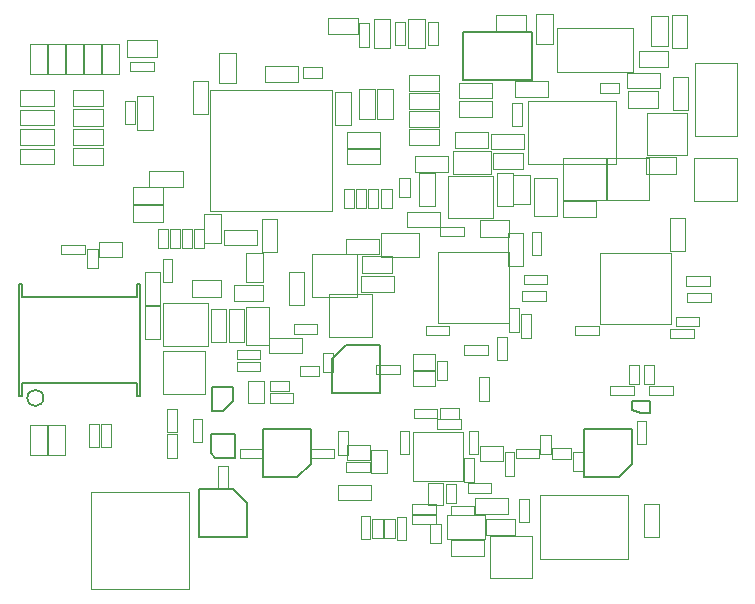
<source format=gbr>
%TF.GenerationSoftware,KiCad,Pcbnew,5.0.2-bee76a0~70~ubuntu18.04.1*%
%TF.CreationDate,2019-08-07T21:41:43+02:00*%
%TF.ProjectId,lohpi,6c6f6870-692e-46b6-9963-61645f706362,rev?*%
%TF.SameCoordinates,Original*%
%TF.FileFunction,Other,User*%
%FSLAX46Y46*%
G04 Gerber Fmt 4.6, Leading zero omitted, Abs format (unit mm)*
G04 Created by KiCad (PCBNEW 5.0.2-bee76a0~70~ubuntu18.04.1) date Wed 07 Aug 2019 21:41:43 SAST*
%MOMM*%
%LPD*%
G01*
G04 APERTURE LIST*
%ADD10C,0.150000*%
%ADD11C,0.050000*%
G04 APERTURE END LIST*
D10*
%TO.C,L1*%
X128270000Y-120142000D02*
X128270000Y-124206000D01*
X128270000Y-124206000D02*
X134112000Y-124206000D01*
X134112000Y-124206000D02*
X134112000Y-120142000D01*
X134112000Y-120142000D02*
X128270000Y-120142000D01*
%TO.C,U10*%
X144145000Y-152387000D02*
X144145000Y-151371000D01*
X144145000Y-151371000D02*
X142621000Y-151371000D01*
X144145000Y-152387000D02*
X143383000Y-152387000D01*
X143383000Y-152387000D02*
X142621000Y-152133000D01*
X142621000Y-152133000D02*
X142621000Y-151371000D01*
%TO.C,U15*%
X115379500Y-153797000D02*
X111315500Y-153797000D01*
X111315500Y-153797000D02*
X111315500Y-157861000D01*
X111315500Y-157861000D02*
X114236500Y-157861000D01*
X114236500Y-157861000D02*
X115379500Y-156718000D01*
X115379500Y-156718000D02*
X115379500Y-153797000D01*
%TO.C,U11*%
X142621000Y-153797000D02*
X138557000Y-153797000D01*
X138557000Y-153797000D02*
X138557000Y-157861000D01*
X138557000Y-157861000D02*
X141478000Y-157861000D01*
X141478000Y-157861000D02*
X142621000Y-156718000D01*
X142621000Y-156718000D02*
X142621000Y-153797000D01*
%TO.C,U17*%
X105918000Y-158877000D02*
X105918000Y-162941000D01*
X105918000Y-162941000D02*
X109982000Y-162941000D01*
X109982000Y-162941000D02*
X109982000Y-160020000D01*
X109982000Y-160020000D02*
X108839000Y-158877000D01*
X108839000Y-158877000D02*
X105918000Y-158877000D01*
%TO.C,U12*%
X117221000Y-150749000D02*
X121285000Y-150749000D01*
X121285000Y-150749000D02*
X121285000Y-146685000D01*
X121285000Y-146685000D02*
X118364000Y-146685000D01*
X118364000Y-146685000D02*
X117221000Y-147828000D01*
X117221000Y-147828000D02*
X117221000Y-150749000D01*
%TO.C,U16*%
X107315000Y-156210000D02*
X108966000Y-156210000D01*
X108966000Y-156210000D02*
X108966000Y-154178000D01*
X108966000Y-154178000D02*
X106934000Y-154178000D01*
X106934000Y-154178000D02*
X106934000Y-155829000D01*
X106934000Y-155829000D02*
X107315000Y-156210000D01*
%TO.C,U13*%
X108839000Y-150241000D02*
X108839000Y-151384000D01*
X108839000Y-151384000D02*
X107950000Y-152273000D01*
X107950000Y-152273000D02*
X107061000Y-152273000D01*
X107061000Y-152273000D02*
X107061000Y-150241000D01*
X107061000Y-150241000D02*
X108712000Y-150241000D01*
X108712000Y-150241000D02*
X108839000Y-150241000D01*
%TO.C,U18*%
X92758916Y-151130000D02*
G75*
G03X92758916Y-151130000I-683916J0D01*
G01*
X90678000Y-141478000D02*
X90678000Y-151003000D01*
X90932000Y-141478000D02*
X90678000Y-141478000D01*
X90932000Y-142621000D02*
X90932000Y-141478000D01*
X100711000Y-142621000D02*
X90932000Y-142621000D01*
X100711000Y-141478000D02*
X100711000Y-142621000D01*
X100965000Y-141478000D02*
X100711000Y-141478000D01*
X100965000Y-151003000D02*
X100965000Y-141478000D01*
X100711000Y-151003000D02*
X100965000Y-151003000D01*
X100711000Y-149860000D02*
X100711000Y-151003000D01*
X90932000Y-149860000D02*
X100711000Y-149860000D01*
X90932000Y-151003000D02*
X90932000Y-149860000D01*
X90678000Y-151003000D02*
X90932000Y-151003000D01*
D11*
%TO.C,R13*%
X119360000Y-120334000D02*
X116860000Y-120334000D01*
X119360000Y-120334000D02*
X119360000Y-118934000D01*
X116860000Y-118934000D02*
X116860000Y-120334000D01*
X116860000Y-118934000D02*
X119360000Y-118934000D01*
%TO.C,R14*%
X122112000Y-119019000D02*
X122112000Y-121519000D01*
X122112000Y-119019000D02*
X120712000Y-119019000D01*
X120712000Y-121519000D02*
X122112000Y-121519000D01*
X120712000Y-121519000D02*
X120712000Y-119019000D01*
%TO.C,D4*%
X93652000Y-125080000D02*
X93652000Y-126380000D01*
X93652000Y-126380000D02*
X90752000Y-126380000D01*
X90752000Y-126380000D02*
X90752000Y-125080000D01*
X90752000Y-125080000D02*
X93652000Y-125080000D01*
%TO.C,C28*%
X108062000Y-136891000D02*
X110862000Y-136891000D01*
X108062000Y-136891000D02*
X108062000Y-138191000D01*
X110862000Y-138191000D02*
X110862000Y-136891000D01*
X110862000Y-138191000D02*
X108062000Y-138191000D01*
%TO.C,L5*%
X110094000Y-151572000D02*
X110094000Y-149672000D01*
X111394000Y-151572000D02*
X111394000Y-149672000D01*
X110094000Y-151572000D02*
X111394000Y-151572000D01*
X110094000Y-149672000D02*
X111394000Y-149672000D01*
%TO.C,C61*%
X111109000Y-147847000D02*
X109109000Y-147847000D01*
X111109000Y-147847000D02*
X111109000Y-147047000D01*
X109109000Y-147047000D02*
X109109000Y-147847000D01*
X109109000Y-147047000D02*
X111109000Y-147047000D01*
%TO.C,C64*%
X109109000Y-148063000D02*
X111109000Y-148063000D01*
X109109000Y-148063000D02*
X109109000Y-148863000D01*
X111109000Y-148863000D02*
X111109000Y-148063000D01*
X111109000Y-148863000D02*
X109109000Y-148863000D01*
%TO.C,L13*%
X111871000Y-143434000D02*
X111871000Y-146634000D01*
X109871000Y-143434000D02*
X109871000Y-146634000D01*
X111871000Y-143434000D02*
X109871000Y-143434000D01*
X111871000Y-146634000D02*
X109871000Y-146634000D01*
%TO.C,J5*%
X120545000Y-142345000D02*
X116945000Y-142345000D01*
X120545000Y-145945000D02*
X120545000Y-142345000D01*
X116945000Y-145945000D02*
X120545000Y-145945000D01*
X116945000Y-142345000D02*
X116945000Y-145945000D01*
%TO.C,J6*%
X102848000Y-147171000D02*
X102848000Y-150771000D01*
X102848000Y-150771000D02*
X106448000Y-150771000D01*
X106448000Y-150771000D02*
X106448000Y-147171000D01*
X106448000Y-147171000D02*
X102848000Y-147171000D01*
%TO.C,U6*%
X102875000Y-146707000D02*
X102875000Y-143107000D01*
X106675000Y-146707000D02*
X102875000Y-146707000D01*
X106675000Y-143107000D02*
X106675000Y-146707000D01*
X102875000Y-143107000D02*
X106675000Y-143107000D01*
%TO.C,L10*%
X130124000Y-163052000D02*
X126924000Y-163052000D01*
X130124000Y-161052000D02*
X126924000Y-161052000D01*
X130124000Y-163052000D02*
X130124000Y-161052000D01*
X126924000Y-163052000D02*
X126924000Y-161052000D01*
%TO.C,C14*%
X127251000Y-163180000D02*
X130051000Y-163180000D01*
X127251000Y-163180000D02*
X127251000Y-164480000D01*
X130051000Y-164480000D02*
X130051000Y-163180000D01*
X130051000Y-164480000D02*
X127251000Y-164480000D01*
%TO.C,R12*%
X108859000Y-141540000D02*
X111359000Y-141540000D01*
X108859000Y-141540000D02*
X108859000Y-142940000D01*
X111359000Y-142940000D02*
X111359000Y-141540000D01*
X111359000Y-142940000D02*
X108859000Y-142940000D01*
%TO.C,R33*%
X122366000Y-124988000D02*
X122366000Y-127488000D01*
X122366000Y-124988000D02*
X120966000Y-124988000D01*
X120966000Y-127488000D02*
X122366000Y-127488000D01*
X120966000Y-127488000D02*
X120966000Y-124988000D01*
%TO.C,R35*%
X129687000Y-136079000D02*
X132187000Y-136079000D01*
X129687000Y-136079000D02*
X129687000Y-137479000D01*
X132187000Y-137479000D02*
X132187000Y-136079000D01*
X132187000Y-137479000D02*
X129687000Y-137479000D01*
%TO.C,U7*%
X117164000Y-135325000D02*
X117164000Y-125025000D01*
X106864000Y-135325000D02*
X106864000Y-125025000D01*
X106864000Y-125025000D02*
X117164000Y-125025000D01*
X106864000Y-135325000D02*
X117164000Y-135325000D01*
%TO.C,C79*%
X112537000Y-136002000D02*
X112537000Y-138802000D01*
X112537000Y-136002000D02*
X111237000Y-136002000D01*
X111237000Y-138802000D02*
X112537000Y-138802000D01*
X111237000Y-138802000D02*
X111237000Y-136002000D01*
%TO.C,C24*%
X121288000Y-131333000D02*
X118488000Y-131333000D01*
X121288000Y-131333000D02*
X121288000Y-130033000D01*
X118488000Y-130033000D02*
X118488000Y-131333000D01*
X118488000Y-130033000D02*
X121288000Y-130033000D01*
%TO.C,U5*%
X115491000Y-142577000D02*
X115491000Y-138977000D01*
X119291000Y-142577000D02*
X115491000Y-142577000D01*
X119291000Y-138977000D02*
X119291000Y-142577000D01*
X115491000Y-138977000D02*
X119291000Y-138977000D01*
%TO.C,R25*%
X109917000Y-141331000D02*
X109917000Y-138831000D01*
X109917000Y-141331000D02*
X111317000Y-141331000D01*
X111317000Y-138831000D02*
X109917000Y-138831000D01*
X111317000Y-138831000D02*
X111317000Y-141331000D01*
%TO.C,C37*%
X121288000Y-129936000D02*
X118488000Y-129936000D01*
X121288000Y-129936000D02*
X121288000Y-128636000D01*
X118488000Y-128636000D02*
X118488000Y-129936000D01*
X118488000Y-128636000D02*
X121288000Y-128636000D01*
%TO.C,U4*%
X127005000Y-132312000D02*
X130805000Y-132312000D01*
X130805000Y-132312000D02*
X130805000Y-135912000D01*
X130805000Y-135912000D02*
X127005000Y-135912000D01*
X127005000Y-135912000D02*
X127005000Y-132312000D01*
%TO.C,C44*%
X148278000Y-145053000D02*
X146278000Y-145053000D01*
X148278000Y-145053000D02*
X148278000Y-144253000D01*
X146278000Y-144253000D02*
X146278000Y-145053000D01*
X146278000Y-144253000D02*
X148278000Y-144253000D01*
%TO.C,L7*%
X121808000Y-157477500D02*
X120508000Y-157477500D01*
X121808000Y-155577500D02*
X120508000Y-155577500D01*
X120508000Y-155577500D02*
X120508000Y-157477500D01*
X121808000Y-155577500D02*
X121808000Y-157477500D01*
%TO.C,R32*%
X126218000Y-128208000D02*
X123718000Y-128208000D01*
X126218000Y-128208000D02*
X126218000Y-126808000D01*
X123718000Y-126808000D02*
X123718000Y-128208000D01*
X123718000Y-126808000D02*
X126218000Y-126808000D01*
%TO.C,C25*%
X114303000Y-124348000D02*
X111503000Y-124348000D01*
X114303000Y-124348000D02*
X114303000Y-123048000D01*
X111503000Y-123048000D02*
X111503000Y-124348000D01*
X111503000Y-123048000D02*
X114303000Y-123048000D01*
%TO.C,R24*%
X107761000Y-135529000D02*
X107761000Y-138029000D01*
X107761000Y-135529000D02*
X106361000Y-135529000D01*
X106361000Y-138029000D02*
X107761000Y-138029000D01*
X106361000Y-138029000D02*
X106361000Y-135529000D01*
%TO.C,U2*%
X142646000Y-119816000D02*
X136246000Y-119816000D01*
X142646000Y-123516000D02*
X136246000Y-123516000D01*
X136246000Y-123516000D02*
X136246000Y-119816000D01*
X142646000Y-123516000D02*
X142646000Y-119816000D01*
%TO.C,C7*%
X133480000Y-130063000D02*
X130680000Y-130063000D01*
X133480000Y-130063000D02*
X133480000Y-128763000D01*
X130680000Y-128763000D02*
X130680000Y-130063000D01*
X130680000Y-128763000D02*
X133480000Y-128763000D01*
%TO.C,R38*%
X143568000Y-149974200D02*
X143568000Y-148374200D01*
X143568000Y-149974200D02*
X144468000Y-149974200D01*
X144468000Y-148374200D02*
X143568000Y-148374200D01*
X144468000Y-148374200D02*
X144468000Y-149974200D01*
%TO.C,C62*%
X129178000Y-156226000D02*
X129178000Y-158226000D01*
X129178000Y-156226000D02*
X128378000Y-156226000D01*
X128378000Y-158226000D02*
X129178000Y-158226000D01*
X128378000Y-158226000D02*
X128378000Y-156226000D01*
%TO.C,C56*%
X132731000Y-155429000D02*
X134731000Y-155429000D01*
X132731000Y-155429000D02*
X132731000Y-156229000D01*
X134731000Y-156229000D02*
X134731000Y-155429000D01*
X134731000Y-156229000D02*
X132731000Y-156229000D01*
%TO.C,C66*%
X123968000Y-161017000D02*
X125968000Y-161017000D01*
X123968000Y-161017000D02*
X123968000Y-161817000D01*
X125968000Y-161817000D02*
X125968000Y-161017000D01*
X125968000Y-161817000D02*
X123968000Y-161817000D01*
%TO.C,R47*%
X126383200Y-161829000D02*
X126383200Y-163429000D01*
X126383200Y-161829000D02*
X125483200Y-161829000D01*
X125483200Y-163429000D02*
X126383200Y-163429000D01*
X125483200Y-163429000D02*
X125483200Y-161829000D01*
%TO.C,C73*%
X119615000Y-163094000D02*
X119615000Y-161094000D01*
X119615000Y-163094000D02*
X120415000Y-163094000D01*
X120415000Y-161094000D02*
X119615000Y-161094000D01*
X120415000Y-161094000D02*
X120415000Y-163094000D01*
%TO.C,R9*%
X130195000Y-161352000D02*
X132695000Y-161352000D01*
X130195000Y-161352000D02*
X130195000Y-162752000D01*
X132695000Y-162752000D02*
X132695000Y-161352000D01*
X132695000Y-162752000D02*
X130195000Y-162752000D01*
%TO.C,U14*%
X128280000Y-153988500D02*
X124080000Y-153988500D01*
X128280000Y-158188500D02*
X124080000Y-158188500D01*
X124080000Y-158188500D02*
X124080000Y-153988500D01*
X128280000Y-158188500D02*
X128280000Y-153988500D01*
%TO.C,R49*%
X121481000Y-161379000D02*
X121481000Y-162979000D01*
X121481000Y-161379000D02*
X120581000Y-161379000D01*
X120581000Y-162979000D02*
X121481000Y-162979000D01*
X120581000Y-162979000D02*
X120581000Y-161379000D01*
%TO.C,R44*%
X126804000Y-160058000D02*
X126804000Y-158458000D01*
X126804000Y-160058000D02*
X127704000Y-160058000D01*
X127704000Y-158458000D02*
X126804000Y-158458000D01*
X127704000Y-158458000D02*
X127704000Y-160058000D01*
%TO.C,C72*%
X123717000Y-153898000D02*
X123717000Y-155898000D01*
X123717000Y-153898000D02*
X122917000Y-153898000D01*
X122917000Y-155898000D02*
X123717000Y-155898000D01*
X122917000Y-155898000D02*
X122917000Y-153898000D01*
%TO.C,R39*%
X137599000Y-157333000D02*
X137599000Y-155733000D01*
X137599000Y-157333000D02*
X138499000Y-157333000D01*
X138499000Y-155733000D02*
X137599000Y-155733000D01*
X138499000Y-155733000D02*
X138499000Y-157333000D01*
%TO.C,C58*%
X111903000Y-150730000D02*
X113903000Y-150730000D01*
X111903000Y-150730000D02*
X111903000Y-151530000D01*
X113903000Y-151530000D02*
X113903000Y-150730000D01*
X113903000Y-151530000D02*
X111903000Y-151530000D01*
%TO.C,C77*%
X107550000Y-158861000D02*
X107550000Y-156861000D01*
X107550000Y-158861000D02*
X108350000Y-158861000D01*
X108350000Y-156861000D02*
X107550000Y-156861000D01*
X108350000Y-156861000D02*
X108350000Y-158861000D01*
%TO.C,C15*%
X132476000Y-132077000D02*
X132476000Y-134877000D01*
X132476000Y-132077000D02*
X131176000Y-132077000D01*
X131176000Y-134877000D02*
X132476000Y-134877000D01*
X131176000Y-134877000D02*
X131176000Y-132077000D01*
%TO.C,R10*%
X133923000Y-132227000D02*
X133923000Y-134727000D01*
X133923000Y-132227000D02*
X132523000Y-132227000D01*
X132523000Y-134727000D02*
X133923000Y-134727000D01*
X132523000Y-134727000D02*
X132523000Y-132227000D01*
%TO.C,C1*%
X102631000Y-143380000D02*
X102631000Y-146180000D01*
X102631000Y-143380000D02*
X101331000Y-143380000D01*
X101331000Y-146180000D02*
X102631000Y-146180000D01*
X101331000Y-146180000D02*
X101331000Y-143380000D01*
%TO.C,C2*%
X113523000Y-143247000D02*
X113523000Y-140447000D01*
X113523000Y-143247000D02*
X114823000Y-143247000D01*
X114823000Y-140447000D02*
X113523000Y-140447000D01*
X114823000Y-140447000D02*
X114823000Y-143247000D01*
%TO.C,C3*%
X132712000Y-124318000D02*
X135512000Y-124318000D01*
X132712000Y-124318000D02*
X132712000Y-125618000D01*
X135512000Y-125618000D02*
X135512000Y-124318000D01*
X135512000Y-125618000D02*
X132712000Y-125618000D01*
%TO.C,C4*%
X145971500Y-121478500D02*
X145971500Y-118678500D01*
X145971500Y-121478500D02*
X147271500Y-121478500D01*
X147271500Y-118678500D02*
X145971500Y-118678500D01*
X147271500Y-118678500D02*
X147271500Y-121478500D01*
%TO.C,C5*%
X147335000Y-123949000D02*
X147335000Y-126749000D01*
X147335000Y-123949000D02*
X146035000Y-123949000D01*
X146035000Y-126749000D02*
X147335000Y-126749000D01*
X146035000Y-126749000D02*
X146035000Y-123949000D01*
%TO.C,C8*%
X127949500Y-124445000D02*
X130749500Y-124445000D01*
X127949500Y-124445000D02*
X127949500Y-125745000D01*
X130749500Y-125745000D02*
X130749500Y-124445000D01*
X130749500Y-125745000D02*
X127949500Y-125745000D01*
%TO.C,C9*%
X102631000Y-140459000D02*
X102631000Y-143259000D01*
X102631000Y-140459000D02*
X101331000Y-140459000D01*
X101331000Y-143259000D02*
X102631000Y-143259000D01*
X101331000Y-143259000D02*
X101331000Y-140459000D01*
%TO.C,C10*%
X144973500Y-124919500D02*
X142173500Y-124919500D01*
X144973500Y-124919500D02*
X144973500Y-123619500D01*
X142173500Y-123619500D02*
X142173500Y-124919500D01*
X142173500Y-123619500D02*
X144973500Y-123619500D01*
%TO.C,C11*%
X143575734Y-162942130D02*
X143575734Y-160142130D01*
X143575734Y-162942130D02*
X144875734Y-162942130D01*
X144875734Y-160142130D02*
X143575734Y-160142130D01*
X144875734Y-160142130D02*
X144875734Y-162942130D01*
%TO.C,C12*%
X125872000Y-132077000D02*
X125872000Y-134877000D01*
X125872000Y-132077000D02*
X124572000Y-132077000D01*
X124572000Y-134877000D02*
X125872000Y-134877000D01*
X124572000Y-134877000D02*
X124572000Y-132077000D01*
%TO.C,C16*%
X119631000Y-140828000D02*
X122431000Y-140828000D01*
X119631000Y-140828000D02*
X119631000Y-142128000D01*
X122431000Y-142128000D02*
X122431000Y-140828000D01*
X122431000Y-142128000D02*
X119631000Y-142128000D01*
%TO.C,C17*%
X108219000Y-143634000D02*
X108219000Y-146434000D01*
X108219000Y-143634000D02*
X106919000Y-143634000D01*
X106919000Y-146434000D02*
X108219000Y-146434000D01*
X106919000Y-146434000D02*
X106919000Y-143634000D01*
%TO.C,C26*%
X104536000Y-133238000D02*
X101736000Y-133238000D01*
X104536000Y-133238000D02*
X104536000Y-131938000D01*
X101736000Y-131938000D02*
X101736000Y-133238000D01*
X101736000Y-131938000D02*
X104536000Y-131938000D01*
%TO.C,C27*%
X102019989Y-125608195D02*
X102019989Y-128408195D01*
X102019989Y-125608195D02*
X100719989Y-125608195D01*
X100719989Y-128408195D02*
X102019989Y-128408195D01*
X100719989Y-128408195D02*
X100719989Y-125608195D01*
%TO.C,C29*%
X127949500Y-126032500D02*
X130749500Y-126032500D01*
X127949500Y-126032500D02*
X127949500Y-127332500D01*
X130749500Y-127332500D02*
X130749500Y-126032500D01*
X130749500Y-127332500D02*
X127949500Y-127332500D01*
%TO.C,C30*%
X130432000Y-129936000D02*
X127632000Y-129936000D01*
X130432000Y-129936000D02*
X130432000Y-128636000D01*
X127632000Y-128636000D02*
X127632000Y-129936000D01*
X127632000Y-128636000D02*
X130432000Y-128636000D01*
%TO.C,C31*%
X117460000Y-128019000D02*
X117460000Y-125219000D01*
X117460000Y-128019000D02*
X118760000Y-128019000D01*
X118760000Y-125219000D02*
X117460000Y-125219000D01*
X118760000Y-125219000D02*
X118760000Y-128019000D01*
%TO.C,C32*%
X106695000Y-124318000D02*
X106695000Y-127118000D01*
X106695000Y-124318000D02*
X105395000Y-124318000D01*
X105395000Y-127118000D02*
X106695000Y-127118000D01*
X105395000Y-127118000D02*
X105395000Y-124318000D01*
%TO.C,C33*%
X126991000Y-131968000D02*
X124191000Y-131968000D01*
X126991000Y-131968000D02*
X126991000Y-130668000D01*
X124191000Y-130668000D02*
X124191000Y-131968000D01*
X124191000Y-130668000D02*
X126991000Y-130668000D01*
%TO.C,D1*%
X90752000Y-130033000D02*
X93652000Y-130033000D01*
X90752000Y-131333000D02*
X90752000Y-130033000D01*
X93652000Y-131333000D02*
X90752000Y-131333000D01*
X93652000Y-130033000D02*
X93652000Y-131333000D01*
%TO.C,D2*%
X93652000Y-128382000D02*
X93652000Y-129682000D01*
X93652000Y-129682000D02*
X90752000Y-129682000D01*
X90752000Y-129682000D02*
X90752000Y-128382000D01*
X90752000Y-128382000D02*
X93652000Y-128382000D01*
%TO.C,D3*%
X90752000Y-126731000D02*
X93652000Y-126731000D01*
X90752000Y-128031000D02*
X90752000Y-126731000D01*
X93652000Y-128031000D02*
X90752000Y-128031000D01*
X93652000Y-126731000D02*
X93652000Y-128031000D01*
%TO.C,J1*%
X147910000Y-128960000D02*
X151510000Y-128960000D01*
X147910000Y-122810000D02*
X147910000Y-128960000D01*
X151510000Y-122810000D02*
X147910000Y-122810000D01*
X151510000Y-128960000D02*
X151510000Y-122810000D01*
%TO.C,Q1*%
X147242000Y-127028000D02*
X147242000Y-130528000D01*
X143842000Y-127028000D02*
X147242000Y-127028000D01*
X143842000Y-130528000D02*
X143842000Y-127028000D01*
X147242000Y-130528000D02*
X143842000Y-130528000D01*
%TO.C,R2*%
X145607000Y-118828500D02*
X145607000Y-121328500D01*
X145607000Y-118828500D02*
X144207000Y-118828500D01*
X144207000Y-121328500D02*
X145607000Y-121328500D01*
X144207000Y-121328500D02*
X144207000Y-118828500D01*
%TO.C,R3*%
X146284000Y-132145000D02*
X143784000Y-132145000D01*
X146284000Y-132145000D02*
X146284000Y-130745000D01*
X143784000Y-130745000D02*
X143784000Y-132145000D01*
X143784000Y-130745000D02*
X146284000Y-130745000D01*
%TO.C,R4*%
X142260000Y-125157000D02*
X144760000Y-125157000D01*
X142260000Y-125157000D02*
X142260000Y-126557000D01*
X144760000Y-126557000D02*
X144760000Y-125157000D01*
X144760000Y-126557000D02*
X142260000Y-126557000D01*
%TO.C,R5*%
X145649000Y-123128000D02*
X143149000Y-123128000D01*
X145649000Y-123128000D02*
X145649000Y-121728000D01*
X143149000Y-121728000D02*
X143149000Y-123128000D01*
X143149000Y-121728000D02*
X145649000Y-121728000D01*
%TO.C,R6*%
X133330000Y-131764000D02*
X130830000Y-131764000D01*
X133330000Y-131764000D02*
X133330000Y-130364000D01*
X130830000Y-130364000D02*
X130830000Y-131764000D01*
X130830000Y-130364000D02*
X133330000Y-130364000D01*
%TO.C,R7*%
X133584000Y-120080000D02*
X131084000Y-120080000D01*
X133584000Y-120080000D02*
X133584000Y-118680000D01*
X131084000Y-118680000D02*
X131084000Y-120080000D01*
X131084000Y-118680000D02*
X133584000Y-118680000D01*
%TO.C,R8*%
X134491500Y-121138000D02*
X134491500Y-118638000D01*
X134491500Y-121138000D02*
X135891500Y-121138000D01*
X135891500Y-118638000D02*
X134491500Y-118638000D01*
X135891500Y-118638000D02*
X135891500Y-121138000D01*
%TO.C,R11*%
X122269000Y-140527000D02*
X119769000Y-140527000D01*
X122269000Y-140527000D02*
X122269000Y-139127000D01*
X119769000Y-139127000D02*
X119769000Y-140527000D01*
X119769000Y-139127000D02*
X122269000Y-139127000D01*
%TO.C,R15*%
X123633000Y-121519000D02*
X123633000Y-119019000D01*
X123633000Y-121519000D02*
X125033000Y-121519000D01*
X125033000Y-119019000D02*
X123633000Y-119019000D01*
X125033000Y-119019000D02*
X125033000Y-121519000D01*
%TO.C,R16*%
X93029000Y-121178000D02*
X93029000Y-123678000D01*
X93029000Y-121178000D02*
X91629000Y-121178000D01*
X91629000Y-123678000D02*
X93029000Y-123678000D01*
X91629000Y-123678000D02*
X91629000Y-121178000D01*
%TO.C,R17*%
X93153000Y-123678000D02*
X93153000Y-121178000D01*
X93153000Y-123678000D02*
X94553000Y-123678000D01*
X94553000Y-121178000D02*
X93153000Y-121178000D01*
X94553000Y-121178000D02*
X94553000Y-123678000D01*
%TO.C,R18*%
X96077000Y-121178000D02*
X96077000Y-123678000D01*
X96077000Y-121178000D02*
X94677000Y-121178000D01*
X94677000Y-123678000D02*
X96077000Y-123678000D01*
X94677000Y-123678000D02*
X94677000Y-121178000D01*
%TO.C,R19*%
X96201000Y-123678000D02*
X96201000Y-121178000D01*
X96201000Y-123678000D02*
X97601000Y-123678000D01*
X97601000Y-121178000D02*
X96201000Y-121178000D01*
X97601000Y-121178000D02*
X97601000Y-123678000D01*
%TO.C,R20*%
X99125000Y-121178000D02*
X99125000Y-123678000D01*
X99125000Y-121178000D02*
X97725000Y-121178000D01*
X97725000Y-123678000D02*
X99125000Y-123678000D01*
X97725000Y-123678000D02*
X97725000Y-121178000D01*
%TO.C,R21*%
X102342000Y-122239000D02*
X99842000Y-122239000D01*
X102342000Y-122239000D02*
X102342000Y-120839000D01*
X99842000Y-120839000D02*
X99842000Y-122239000D01*
X99842000Y-120839000D02*
X102342000Y-120839000D01*
%TO.C,R22*%
X95270000Y-129983000D02*
X97770000Y-129983000D01*
X95270000Y-129983000D02*
X95270000Y-131383000D01*
X97770000Y-131383000D02*
X97770000Y-129983000D01*
X97770000Y-131383000D02*
X95270000Y-131383000D01*
%TO.C,R23*%
X97770000Y-129732000D02*
X95270000Y-129732000D01*
X97770000Y-129732000D02*
X97770000Y-128332000D01*
X95270000Y-128332000D02*
X95270000Y-129732000D01*
X95270000Y-128332000D02*
X97770000Y-128332000D01*
%TO.C,R26*%
X95270000Y-126681000D02*
X97770000Y-126681000D01*
X95270000Y-126681000D02*
X95270000Y-128081000D01*
X97770000Y-128081000D02*
X97770000Y-126681000D01*
X97770000Y-128081000D02*
X95270000Y-128081000D01*
%TO.C,R27*%
X107803000Y-142559000D02*
X105303000Y-142559000D01*
X107803000Y-142559000D02*
X107803000Y-141159000D01*
X105303000Y-141159000D02*
X105303000Y-142559000D01*
X105303000Y-141159000D02*
X107803000Y-141159000D01*
%TO.C,R28*%
X97770000Y-126430000D02*
X95270000Y-126430000D01*
X97770000Y-126430000D02*
X97770000Y-125030000D01*
X95270000Y-125030000D02*
X95270000Y-126430000D01*
X95270000Y-125030000D02*
X97770000Y-125030000D01*
%TO.C,R29*%
X107631000Y-124440000D02*
X107631000Y-121940000D01*
X107631000Y-124440000D02*
X109031000Y-124440000D01*
X109031000Y-121940000D02*
X107631000Y-121940000D01*
X109031000Y-121940000D02*
X109031000Y-124440000D01*
%TO.C,R30*%
X126218000Y-125160000D02*
X123718000Y-125160000D01*
X126218000Y-125160000D02*
X126218000Y-123760000D01*
X123718000Y-123760000D02*
X123718000Y-125160000D01*
X123718000Y-123760000D02*
X126218000Y-123760000D01*
%TO.C,R31*%
X123706000Y-125284000D02*
X126206000Y-125284000D01*
X123706000Y-125284000D02*
X123706000Y-126684000D01*
X126206000Y-126684000D02*
X126206000Y-125284000D01*
X126206000Y-126684000D02*
X123706000Y-126684000D01*
%TO.C,R34*%
X119442000Y-127488000D02*
X119442000Y-124988000D01*
X119442000Y-127488000D02*
X120842000Y-127488000D01*
X120842000Y-124988000D02*
X119442000Y-124988000D01*
X120842000Y-124988000D02*
X120842000Y-127488000D01*
%TO.C,R36*%
X123718000Y-128332000D02*
X126218000Y-128332000D01*
X123718000Y-128332000D02*
X123718000Y-129732000D01*
X126218000Y-129732000D02*
X126218000Y-128332000D01*
X126218000Y-129732000D02*
X123718000Y-129732000D01*
%TO.C,U1*%
X141271000Y-125951000D02*
X133811000Y-125951000D01*
X141271000Y-131351000D02*
X133811000Y-131351000D01*
X133811000Y-131351000D02*
X133811000Y-125951000D01*
X141271000Y-131351000D02*
X141271000Y-125951000D01*
%TO.C,U3*%
X142240734Y-164762130D02*
X142240734Y-159362130D01*
X134780734Y-164762130D02*
X134780734Y-159362130D01*
X142240734Y-164762130D02*
X134780734Y-164762130D01*
X142240734Y-159362130D02*
X134780734Y-159362130D01*
%TO.C,U8*%
X132132500Y-138758500D02*
X126132500Y-138758500D01*
X132132500Y-144758500D02*
X126132500Y-144758500D01*
X126132500Y-144758500D02*
X126132500Y-138758500D01*
X132132500Y-144758500D02*
X132132500Y-138758500D01*
%TO.C,U9*%
X145875000Y-144859000D02*
X145875000Y-138859000D01*
X139875000Y-144859000D02*
X139875000Y-138859000D01*
X145875000Y-144859000D02*
X139875000Y-144859000D01*
X145875000Y-138859000D02*
X139875000Y-138859000D01*
%TO.C,L2*%
X124018000Y-150129000D02*
X124018000Y-148829000D01*
X125918000Y-150129000D02*
X125918000Y-148829000D01*
X125918000Y-148829000D02*
X124018000Y-148829000D01*
X125918000Y-150129000D02*
X124018000Y-150129000D01*
%TO.C,L3*%
X124018000Y-147432000D02*
X125918000Y-147432000D01*
X124018000Y-148732000D02*
X125918000Y-148732000D01*
X124018000Y-147432000D02*
X124018000Y-148732000D01*
X125918000Y-147432000D02*
X125918000Y-148732000D01*
%TO.C,L4*%
X129733000Y-156479000D02*
X129733000Y-155179000D01*
X131633000Y-156479000D02*
X131633000Y-155179000D01*
X131633000Y-155179000D02*
X129733000Y-155179000D01*
X131633000Y-156479000D02*
X129733000Y-156479000D01*
%TO.C,L8*%
X118493500Y-156415500D02*
X118493500Y-155115500D01*
X120393500Y-156415500D02*
X120393500Y-155115500D01*
X120393500Y-155115500D02*
X118493500Y-155115500D01*
X120393500Y-156415500D02*
X118493500Y-156415500D01*
%TO.C,J9*%
X105105000Y-159055000D02*
X105105000Y-167335000D01*
X105105000Y-159055000D02*
X96825000Y-159055000D01*
X96825000Y-167335000D02*
X105105000Y-167335000D01*
X96825000Y-167335000D02*
X96825000Y-159055000D01*
%TO.C,C34*%
X131172000Y-147939000D02*
X131172000Y-145939000D01*
X131172000Y-147939000D02*
X131972000Y-147939000D01*
X131972000Y-145939000D02*
X131172000Y-145939000D01*
X131972000Y-145939000D02*
X131972000Y-147939000D01*
%TO.C,C35*%
X134893000Y-137049000D02*
X134893000Y-139049000D01*
X134893000Y-137049000D02*
X134093000Y-137049000D01*
X134093000Y-139049000D02*
X134893000Y-139049000D01*
X134093000Y-139049000D02*
X134093000Y-137049000D01*
%TO.C,C36*%
X100476000Y-125958000D02*
X100476000Y-127958000D01*
X100476000Y-125958000D02*
X99676000Y-125958000D01*
X99676000Y-127958000D02*
X100476000Y-127958000D01*
X99676000Y-127958000D02*
X99676000Y-125958000D01*
%TO.C,C39*%
X133408000Y-140697000D02*
X135408000Y-140697000D01*
X133408000Y-140697000D02*
X133408000Y-141497000D01*
X135408000Y-141497000D02*
X135408000Y-140697000D01*
X135408000Y-141497000D02*
X133408000Y-141497000D01*
%TO.C,C40*%
X149167000Y-141624000D02*
X147167000Y-141624000D01*
X149167000Y-141624000D02*
X149167000Y-140824000D01*
X147167000Y-140824000D02*
X147167000Y-141624000D01*
X147167000Y-140824000D02*
X149167000Y-140824000D01*
%TO.C,C41*%
X135281000Y-142894000D02*
X133281000Y-142894000D01*
X135281000Y-142894000D02*
X135281000Y-142094000D01*
X133281000Y-142094000D02*
X133281000Y-142894000D01*
X133281000Y-142094000D02*
X135281000Y-142094000D01*
%TO.C,C42*%
X147251000Y-142221000D02*
X149251000Y-142221000D01*
X147251000Y-142221000D02*
X147251000Y-143021000D01*
X149251000Y-143021000D02*
X149251000Y-142221000D01*
X149251000Y-143021000D02*
X147251000Y-143021000D01*
%TO.C,C43*%
X132988000Y-143526000D02*
X132988000Y-145526000D01*
X132988000Y-143526000D02*
X132188000Y-143526000D01*
X132188000Y-145526000D02*
X132988000Y-145526000D01*
X132188000Y-145526000D02*
X132188000Y-143526000D01*
%TO.C,C45*%
X126339000Y-136633000D02*
X128339000Y-136633000D01*
X126339000Y-136633000D02*
X126339000Y-137433000D01*
X128339000Y-137433000D02*
X128339000Y-136633000D01*
X128339000Y-137433000D02*
X126339000Y-137433000D01*
%TO.C,C46*%
X127111000Y-145815000D02*
X125111000Y-145815000D01*
X127111000Y-145815000D02*
X127111000Y-145015000D01*
X125111000Y-145015000D02*
X125111000Y-145815000D01*
X125111000Y-145015000D02*
X127111000Y-145015000D01*
%TO.C,C47*%
X104032000Y-154194000D02*
X104032000Y-156194000D01*
X104032000Y-154194000D02*
X103232000Y-154194000D01*
X103232000Y-156194000D02*
X104032000Y-156194000D01*
X103232000Y-156194000D02*
X103232000Y-154194000D01*
%TO.C,C48*%
X137769000Y-145015000D02*
X139769000Y-145015000D01*
X137769000Y-145015000D02*
X137769000Y-145815000D01*
X139769000Y-145815000D02*
X139769000Y-145015000D01*
X139769000Y-145815000D02*
X137769000Y-145815000D01*
%TO.C,C49*%
X133204000Y-146034000D02*
X133204000Y-144034000D01*
X133204000Y-146034000D02*
X134004000Y-146034000D01*
X134004000Y-144034000D02*
X133204000Y-144034000D01*
X134004000Y-144034000D02*
X134004000Y-146034000D01*
%TO.C,C50*%
X104032000Y-152035000D02*
X104032000Y-154035000D01*
X104032000Y-152035000D02*
X103232000Y-152035000D01*
X103232000Y-154035000D02*
X104032000Y-154035000D01*
X103232000Y-154035000D02*
X103232000Y-152035000D01*
%TO.C,C51*%
X140732000Y-150095000D02*
X142732000Y-150095000D01*
X140732000Y-150095000D02*
X140732000Y-150895000D01*
X142732000Y-150895000D02*
X142732000Y-150095000D01*
X142732000Y-150895000D02*
X140732000Y-150895000D01*
%TO.C,C52*%
X146034000Y-150895000D02*
X144034000Y-150895000D01*
X146034000Y-150895000D02*
X146034000Y-150095000D01*
X144034000Y-150095000D02*
X144034000Y-150895000D01*
X144034000Y-150095000D02*
X146034000Y-150095000D01*
%TO.C,C53*%
X143783000Y-153051000D02*
X143783000Y-155051000D01*
X143783000Y-153051000D02*
X142983000Y-153051000D01*
X142983000Y-155051000D02*
X143783000Y-155051000D01*
X142983000Y-155051000D02*
X142983000Y-153051000D01*
%TO.C,C54*%
X122920000Y-149117000D02*
X120920000Y-149117000D01*
X122920000Y-149117000D02*
X122920000Y-148317000D01*
X120920000Y-148317000D02*
X120920000Y-149117000D01*
X120920000Y-148317000D02*
X122920000Y-148317000D01*
%TO.C,C55*%
X129648000Y-151368000D02*
X129648000Y-149368000D01*
X129648000Y-151368000D02*
X130448000Y-151368000D01*
X130448000Y-149368000D02*
X129648000Y-149368000D01*
X130448000Y-149368000D02*
X130448000Y-151368000D01*
%TO.C,C57*%
X132607000Y-155718000D02*
X132607000Y-157718000D01*
X132607000Y-155718000D02*
X131807000Y-155718000D01*
X131807000Y-157718000D02*
X132607000Y-157718000D01*
X131807000Y-157718000D02*
X131807000Y-155718000D01*
%TO.C,C60*%
X129559000Y-153898000D02*
X129559000Y-155898000D01*
X129559000Y-153898000D02*
X128759000Y-153898000D01*
X128759000Y-155898000D02*
X129559000Y-155898000D01*
X128759000Y-155898000D02*
X128759000Y-153898000D01*
%TO.C,C63*%
X128085000Y-153752500D02*
X126085000Y-153752500D01*
X128085000Y-153752500D02*
X128085000Y-152952500D01*
X126085000Y-152952500D02*
X126085000Y-153752500D01*
X126085000Y-152952500D02*
X128085000Y-152952500D01*
%TO.C,C65*%
X126095000Y-152863500D02*
X124095000Y-152863500D01*
X126095000Y-152863500D02*
X126095000Y-152063500D01*
X124095000Y-152063500D02*
X124095000Y-152863500D01*
X124095000Y-152063500D02*
X126095000Y-152063500D01*
%TO.C,C68*%
X106191000Y-152882000D02*
X106191000Y-154882000D01*
X106191000Y-152882000D02*
X105391000Y-152882000D01*
X105391000Y-154882000D02*
X106191000Y-154882000D01*
X105391000Y-154882000D02*
X105391000Y-152882000D01*
%TO.C,C69*%
X122663000Y-163179000D02*
X122663000Y-161179000D01*
X122663000Y-163179000D02*
X123463000Y-163179000D01*
X123463000Y-161179000D02*
X122663000Y-161179000D01*
X123463000Y-161179000D02*
X123463000Y-163179000D01*
%TO.C,C70*%
X125968000Y-160928000D02*
X123968000Y-160928000D01*
X125968000Y-160928000D02*
X125968000Y-160128000D01*
X123968000Y-160128000D02*
X123968000Y-160928000D01*
X123968000Y-160128000D02*
X125968000Y-160128000D01*
%TO.C,C71*%
X118380000Y-156572000D02*
X120380000Y-156572000D01*
X118380000Y-156572000D02*
X118380000Y-157372000D01*
X120380000Y-157372000D02*
X120380000Y-156572000D01*
X120380000Y-157372000D02*
X118380000Y-157372000D01*
%TO.C,C74*%
X117710000Y-155940000D02*
X117710000Y-153940000D01*
X117710000Y-155940000D02*
X118510000Y-155940000D01*
X118510000Y-153940000D02*
X117710000Y-153940000D01*
X118510000Y-153940000D02*
X118510000Y-155940000D01*
%TO.C,C75*%
X117332000Y-156229000D02*
X115332000Y-156229000D01*
X117332000Y-156229000D02*
X117332000Y-155429000D01*
X115332000Y-155429000D02*
X115332000Y-156229000D01*
X115332000Y-155429000D02*
X117332000Y-155429000D01*
%TO.C,C76*%
X109363000Y-155429000D02*
X111363000Y-155429000D01*
X109363000Y-155429000D02*
X109363000Y-156229000D01*
X111363000Y-156229000D02*
X111363000Y-155429000D01*
X111363000Y-156229000D02*
X109363000Y-156229000D01*
%TO.C,C78*%
X145812000Y-145269000D02*
X147812000Y-145269000D01*
X145812000Y-145269000D02*
X145812000Y-146069000D01*
X147812000Y-146069000D02*
X147812000Y-145269000D01*
X147812000Y-146069000D02*
X145812000Y-146069000D01*
%TO.C,R37*%
X143198000Y-148374200D02*
X143198000Y-149974200D01*
X143198000Y-148374200D02*
X142298000Y-148374200D01*
X142298000Y-149974200D02*
X143198000Y-149974200D01*
X142298000Y-149974200D02*
X142298000Y-148374200D01*
%TO.C,R40*%
X137452000Y-156279000D02*
X135852000Y-156279000D01*
X137452000Y-156279000D02*
X137452000Y-155379000D01*
X135852000Y-155379000D02*
X135852000Y-156279000D01*
X135852000Y-155379000D02*
X137452000Y-155379000D01*
%TO.C,R41*%
X135705000Y-154267000D02*
X135705000Y-155867000D01*
X135705000Y-154267000D02*
X134805000Y-154267000D01*
X134805000Y-155867000D02*
X135705000Y-155867000D01*
X134805000Y-155867000D02*
X134805000Y-154267000D01*
%TO.C,R42*%
X117290000Y-147351000D02*
X117290000Y-148951000D01*
X117290000Y-147351000D02*
X116390000Y-147351000D01*
X116390000Y-148951000D02*
X117290000Y-148951000D01*
X116390000Y-148951000D02*
X116390000Y-147351000D01*
%TO.C,R43*%
X114516000Y-148394000D02*
X116116000Y-148394000D01*
X114516000Y-148394000D02*
X114516000Y-149294000D01*
X116116000Y-149294000D02*
X116116000Y-148394000D01*
X116116000Y-149294000D02*
X114516000Y-149294000D01*
%TO.C,R45*%
X113576000Y-150564000D02*
X111976000Y-150564000D01*
X113576000Y-150564000D02*
X113576000Y-149664000D01*
X111976000Y-149664000D02*
X111976000Y-150564000D01*
X111976000Y-149664000D02*
X113576000Y-149664000D01*
%TO.C,R46*%
X126327000Y-152013500D02*
X127927000Y-152013500D01*
X126327000Y-152013500D02*
X126327000Y-152913500D01*
X127927000Y-152913500D02*
X127927000Y-152013500D01*
X127927000Y-152913500D02*
X126327000Y-152913500D01*
%TO.C,R48*%
X122497000Y-161379000D02*
X122497000Y-162979000D01*
X122497000Y-161379000D02*
X121597000Y-161379000D01*
X121597000Y-162979000D02*
X122497000Y-162979000D01*
X121597000Y-162979000D02*
X121597000Y-161379000D01*
%TO.C,R50*%
X126042000Y-149586000D02*
X126042000Y-147986000D01*
X126042000Y-149586000D02*
X126942000Y-149586000D01*
X126942000Y-147986000D02*
X126042000Y-147986000D01*
X126942000Y-147986000D02*
X126942000Y-149586000D01*
%TO.C,C81*%
X130371000Y-147466000D02*
X128371000Y-147466000D01*
X130371000Y-147466000D02*
X130371000Y-146666000D01*
X128371000Y-146666000D02*
X128371000Y-147466000D01*
X128371000Y-146666000D02*
X130371000Y-146666000D01*
%TO.C,L6*%
X125283200Y-158326200D02*
X126583200Y-158326200D01*
X125283200Y-160226200D02*
X126583200Y-160226200D01*
X126583200Y-160226200D02*
X126583200Y-158326200D01*
X125283200Y-160226200D02*
X125283200Y-158326200D01*
%TO.C,C59*%
X128667000Y-158350000D02*
X130667000Y-158350000D01*
X128667000Y-158350000D02*
X128667000Y-159150000D01*
X130667000Y-159150000D02*
X130667000Y-158350000D01*
X130667000Y-159150000D02*
X128667000Y-159150000D01*
%TO.C,C67*%
X127228000Y-160255000D02*
X129228000Y-160255000D01*
X127228000Y-160255000D02*
X127228000Y-161055000D01*
X129228000Y-161055000D02*
X129228000Y-160255000D01*
X129228000Y-161055000D02*
X127228000Y-161055000D01*
%TO.C,C84*%
X139576000Y-135778000D02*
X136776000Y-135778000D01*
X139576000Y-135778000D02*
X139576000Y-134478000D01*
X136776000Y-134478000D02*
X136776000Y-135778000D01*
X136776000Y-134478000D02*
X139576000Y-134478000D01*
%TO.C,C85*%
X121173000Y-138953000D02*
X118373000Y-138953000D01*
X121173000Y-138953000D02*
X121173000Y-137653000D01*
X118373000Y-137653000D02*
X118373000Y-138953000D01*
X118373000Y-137653000D02*
X121173000Y-137653000D01*
%TO.C,C86*%
X109743000Y-143634000D02*
X109743000Y-146434000D01*
X109743000Y-143634000D02*
X108443000Y-143634000D01*
X108443000Y-146434000D02*
X109743000Y-146434000D01*
X108443000Y-146434000D02*
X108443000Y-143634000D01*
%TO.C,C87*%
X129283000Y-159624000D02*
X132083000Y-159624000D01*
X129283000Y-159624000D02*
X129283000Y-160924000D01*
X132083000Y-160924000D02*
X132083000Y-159624000D01*
X132083000Y-160924000D02*
X129283000Y-160924000D01*
%TO.C,C89*%
X123556000Y-135367000D02*
X126356000Y-135367000D01*
X123556000Y-135367000D02*
X123556000Y-136667000D01*
X126356000Y-136667000D02*
X126356000Y-135367000D01*
X126356000Y-136667000D02*
X123556000Y-136667000D01*
%TO.C,C90*%
X114660000Y-147335000D02*
X111860000Y-147335000D01*
X114660000Y-147335000D02*
X114660000Y-146035000D01*
X111860000Y-146035000D02*
X111860000Y-147335000D01*
X111860000Y-146035000D02*
X114660000Y-146035000D01*
%TO.C,C91*%
X117726000Y-158481000D02*
X120526000Y-158481000D01*
X117726000Y-158481000D02*
X117726000Y-159781000D01*
X120526000Y-159781000D02*
X120526000Y-158481000D01*
X120526000Y-159781000D02*
X117726000Y-159781000D01*
%TO.C,J2*%
X140440000Y-130788000D02*
X140440000Y-134388000D01*
X140440000Y-134388000D02*
X144040000Y-134388000D01*
X144040000Y-134388000D02*
X144040000Y-130788000D01*
X144040000Y-130788000D02*
X140440000Y-130788000D01*
%TO.C,J3*%
X134134000Y-162792000D02*
X130534000Y-162792000D01*
X134134000Y-166392000D02*
X134134000Y-162792000D01*
X130534000Y-166392000D02*
X134134000Y-166392000D01*
X130534000Y-162792000D02*
X130534000Y-166392000D01*
%TO.C,J4*%
X136757000Y-130788000D02*
X136757000Y-134388000D01*
X136757000Y-134388000D02*
X140357000Y-134388000D01*
X140357000Y-134388000D02*
X140357000Y-130788000D01*
X140357000Y-130788000D02*
X136757000Y-130788000D01*
%TO.C,L9*%
X127432000Y-132191000D02*
X127432000Y-130191000D01*
X130632000Y-132191000D02*
X130632000Y-130191000D01*
X130632000Y-130191000D02*
X127432000Y-130191000D01*
X130632000Y-132191000D02*
X127432000Y-132191000D01*
%TO.C,L11*%
X136255000Y-135712000D02*
X134255000Y-135712000D01*
X136255000Y-132512000D02*
X134255000Y-132512000D01*
X134255000Y-132512000D02*
X134255000Y-135712000D01*
X136255000Y-132512000D02*
X136255000Y-135712000D01*
%TO.C,L12*%
X124536000Y-137176000D02*
X124536000Y-139176000D01*
X121336000Y-137176000D02*
X121336000Y-139176000D01*
X121336000Y-139176000D02*
X124536000Y-139176000D01*
X121336000Y-137176000D02*
X124536000Y-137176000D01*
%TO.C,C82*%
X97644000Y-155305000D02*
X97644000Y-153305000D01*
X97644000Y-155305000D02*
X98444000Y-155305000D01*
X98444000Y-153305000D02*
X97644000Y-153305000D01*
X98444000Y-153305000D02*
X98444000Y-155305000D01*
%TO.C,C83*%
X96250000Y-138957000D02*
X94250000Y-138957000D01*
X96250000Y-138957000D02*
X96250000Y-138157000D01*
X94250000Y-138157000D02*
X94250000Y-138957000D01*
X94250000Y-138157000D02*
X96250000Y-138157000D01*
%TO.C,C88*%
X97428000Y-153305000D02*
X97428000Y-155305000D01*
X97428000Y-153305000D02*
X96628000Y-153305000D01*
X96628000Y-155305000D02*
X97428000Y-155305000D01*
X96628000Y-155305000D02*
X96628000Y-153305000D01*
%TO.C,L14*%
X99375000Y-137907000D02*
X99375000Y-139207000D01*
X97475000Y-137907000D02*
X97475000Y-139207000D01*
X97475000Y-139207000D02*
X99375000Y-139207000D01*
X97475000Y-137907000D02*
X99375000Y-137907000D01*
%TO.C,R52*%
X96451000Y-140119000D02*
X96451000Y-138519000D01*
X96451000Y-140119000D02*
X97351000Y-140119000D01*
X97351000Y-138519000D02*
X96451000Y-138519000D01*
X97351000Y-138519000D02*
X97351000Y-140119000D01*
%TO.C,R53*%
X93153000Y-155936000D02*
X93153000Y-153436000D01*
X93153000Y-155936000D02*
X94553000Y-155936000D01*
X94553000Y-153436000D02*
X93153000Y-153436000D01*
X94553000Y-153436000D02*
X94553000Y-155936000D01*
%TO.C,R54*%
X93029000Y-153436000D02*
X93029000Y-155936000D01*
X93029000Y-153436000D02*
X91629000Y-153436000D01*
X91629000Y-155936000D02*
X93029000Y-155936000D01*
X91629000Y-155936000D02*
X91629000Y-153436000D01*
%TO.C,C6*%
X132442000Y-128139000D02*
X132442000Y-126139000D01*
X132442000Y-128139000D02*
X133242000Y-128139000D01*
X133242000Y-126139000D02*
X132442000Y-126139000D01*
X133242000Y-126139000D02*
X133242000Y-128139000D01*
%TO.C,C13*%
X133830734Y-159653130D02*
X133830734Y-161653130D01*
X133830734Y-159653130D02*
X133030734Y-159653130D01*
X133030734Y-161653130D02*
X133830734Y-161653130D01*
X133030734Y-161653130D02*
X133030734Y-159653130D01*
%TO.C,C18*%
X126130000Y-119269000D02*
X126130000Y-121269000D01*
X126130000Y-119269000D02*
X125330000Y-119269000D01*
X125330000Y-121269000D02*
X126130000Y-121269000D01*
X125330000Y-121269000D02*
X125330000Y-119269000D01*
%TO.C,C19*%
X123336000Y-119269000D02*
X123336000Y-121269000D01*
X123336000Y-119269000D02*
X122536000Y-119269000D01*
X122536000Y-121269000D02*
X123336000Y-121269000D01*
X122536000Y-121269000D02*
X122536000Y-119269000D01*
%TO.C,C20*%
X100092000Y-122663000D02*
X102092000Y-122663000D01*
X100092000Y-122663000D02*
X100092000Y-123463000D01*
X102092000Y-123463000D02*
X102092000Y-122663000D01*
X102092000Y-123463000D02*
X100092000Y-123463000D01*
%TO.C,C21*%
X120288000Y-119396000D02*
X120288000Y-121396000D01*
X120288000Y-119396000D02*
X119488000Y-119396000D01*
X119488000Y-121396000D02*
X120288000Y-121396000D01*
X119488000Y-121396000D02*
X119488000Y-119396000D01*
%TO.C,C22*%
X113935000Y-144888000D02*
X115935000Y-144888000D01*
X113935000Y-144888000D02*
X113935000Y-145688000D01*
X115935000Y-145688000D02*
X115935000Y-144888000D01*
X115935000Y-145688000D02*
X113935000Y-145688000D01*
%TO.C,C23*%
X103651000Y-139335000D02*
X103651000Y-141335000D01*
X103651000Y-139335000D02*
X102851000Y-139335000D01*
X102851000Y-141335000D02*
X103651000Y-141335000D01*
X102851000Y-141335000D02*
X102851000Y-139335000D01*
%TO.C,C38*%
X147081000Y-135887000D02*
X147081000Y-138687000D01*
X147081000Y-135887000D02*
X145781000Y-135887000D01*
X145781000Y-138687000D02*
X147081000Y-138687000D01*
X145781000Y-138687000D02*
X145781000Y-135887000D01*
%TO.C,C80*%
X133365000Y-137157000D02*
X133365000Y-139957000D01*
X133365000Y-137157000D02*
X132065000Y-137157000D01*
X132065000Y-139957000D02*
X133365000Y-139957000D01*
X132065000Y-139957000D02*
X132065000Y-137157000D01*
%TO.C,R1*%
X139916000Y-124454500D02*
X141516000Y-124454500D01*
X139916000Y-124454500D02*
X139916000Y-125354500D01*
X141516000Y-125354500D02*
X141516000Y-124454500D01*
X141516000Y-125354500D02*
X139916000Y-125354500D01*
%TO.C,R51*%
X100350000Y-134809000D02*
X102850000Y-134809000D01*
X100350000Y-134809000D02*
X100350000Y-136209000D01*
X102850000Y-136209000D02*
X102850000Y-134809000D01*
X102850000Y-136209000D02*
X100350000Y-136209000D01*
%TO.C,R55*%
X100350000Y-133285000D02*
X102850000Y-133285000D01*
X100350000Y-133285000D02*
X100350000Y-134685000D01*
X102850000Y-134685000D02*
X102850000Y-133285000D01*
X102850000Y-134685000D02*
X100350000Y-134685000D01*
%TO.C,R56*%
X106368000Y-136868000D02*
X106368000Y-138468000D01*
X106368000Y-136868000D02*
X105468000Y-136868000D01*
X105468000Y-138468000D02*
X106368000Y-138468000D01*
X105468000Y-138468000D02*
X105468000Y-136868000D01*
%TO.C,R57*%
X104452000Y-138468000D02*
X104452000Y-136868000D01*
X104452000Y-138468000D02*
X105352000Y-138468000D01*
X105352000Y-136868000D02*
X104452000Y-136868000D01*
X105352000Y-136868000D02*
X105352000Y-138468000D01*
%TO.C,R58*%
X104336000Y-136868000D02*
X104336000Y-138468000D01*
X104336000Y-136868000D02*
X103436000Y-136868000D01*
X103436000Y-138468000D02*
X104336000Y-138468000D01*
X103436000Y-138468000D02*
X103436000Y-136868000D01*
%TO.C,R59*%
X118168000Y-135039000D02*
X118168000Y-133439000D01*
X118168000Y-135039000D02*
X119068000Y-135039000D01*
X119068000Y-133439000D02*
X118168000Y-133439000D01*
X119068000Y-133439000D02*
X119068000Y-135039000D01*
%TO.C,R60*%
X102420000Y-138468000D02*
X102420000Y-136868000D01*
X102420000Y-138468000D02*
X103320000Y-138468000D01*
X103320000Y-136868000D02*
X102420000Y-136868000D01*
X103320000Y-136868000D02*
X103320000Y-138468000D01*
%TO.C,R61*%
X120084000Y-133439000D02*
X120084000Y-135039000D01*
X120084000Y-133439000D02*
X119184000Y-133439000D01*
X119184000Y-135039000D02*
X120084000Y-135039000D01*
X119184000Y-135039000D02*
X119184000Y-133439000D01*
%TO.C,R62*%
X121100000Y-133439000D02*
X121100000Y-135039000D01*
X121100000Y-133439000D02*
X120200000Y-133439000D01*
X120200000Y-135039000D02*
X121100000Y-135039000D01*
X120200000Y-135039000D02*
X120200000Y-133439000D01*
%TO.C,R63*%
X122243000Y-133439000D02*
X122243000Y-135039000D01*
X122243000Y-133439000D02*
X121343000Y-133439000D01*
X121343000Y-135039000D02*
X122243000Y-135039000D01*
X121343000Y-135039000D02*
X121343000Y-133439000D01*
%TO.C,R64*%
X123767000Y-132550000D02*
X123767000Y-134150000D01*
X123767000Y-132550000D02*
X122867000Y-132550000D01*
X122867000Y-134150000D02*
X123767000Y-134150000D01*
X122867000Y-134150000D02*
X122867000Y-132550000D01*
%TO.C,R65*%
X116370000Y-124021000D02*
X114770000Y-124021000D01*
X116370000Y-124021000D02*
X116370000Y-123121000D01*
X114770000Y-123121000D02*
X114770000Y-124021000D01*
X114770000Y-123121000D02*
X116370000Y-123121000D01*
%TO.C,J14*%
X151469500Y-130851500D02*
X147869500Y-130851500D01*
X151469500Y-134451500D02*
X151469500Y-130851500D01*
X147869500Y-134451500D02*
X151469500Y-134451500D01*
X147869500Y-130851500D02*
X147869500Y-134451500D01*
%TD*%
M02*

</source>
